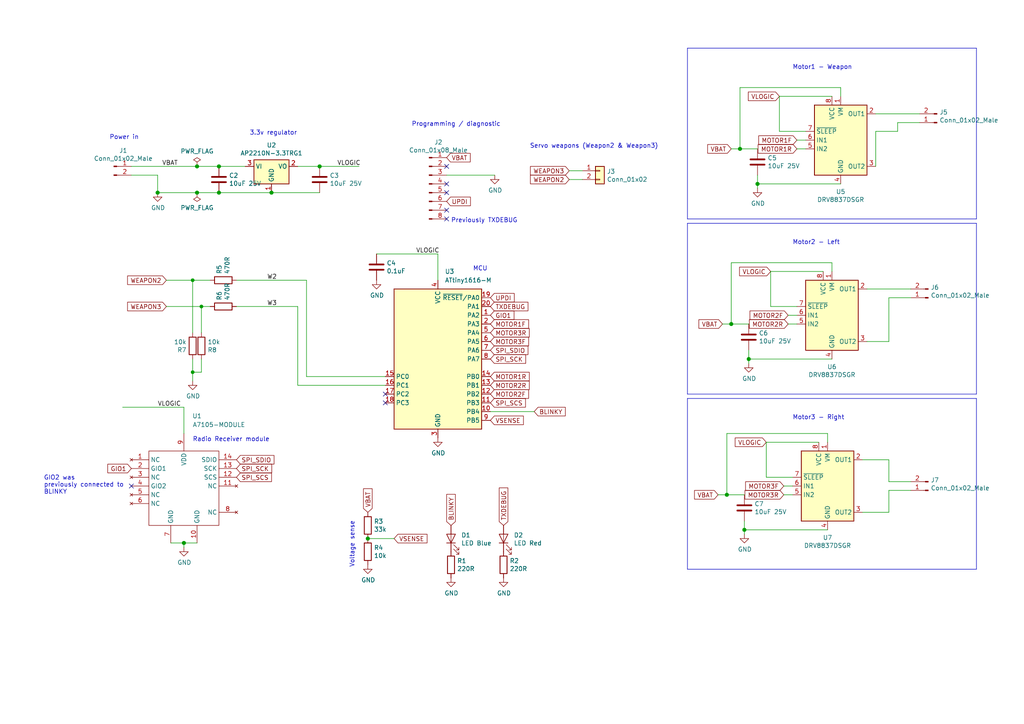
<source format=kicad_sch>
(kicad_sch (version 20211123) (generator eeschema)
  (paper "A4")
  (title_block (title "Malenki-Nano2") (date "2019-11-07") (company "Mark Robson"))
  (lib_symbols
    (symbol "Connector:Conn_01x08_Male" (pin_names hide)
      (property "Reference" "J" (at 0 10.16 0))
      (property "Value" "Conn_01x08_Male" (at 0 -12.7 0))
      (symbol "Conn_01x08_Male_1_1"
        (polyline (pts (xy 1.27 -10.16) (xy 0.8636 -10.16)))
        (polyline (pts (xy 1.27 -7.62) (xy 0.8636 -7.62)))
        (polyline (pts (xy 1.27 -5.08) (xy 0.8636 -5.08)))
        (polyline (pts (xy 1.27 -2.54) (xy 0.8636 -2.54)))
        (polyline (pts (xy 1.27 0) (xy 0.8636 0)))
        (polyline (pts (xy 1.27 2.54) (xy 0.8636 2.54)))
        (polyline (pts (xy 1.27 5.08) (xy 0.8636 5.08)))
        (polyline (pts (xy 1.27 7.62) (xy 0.8636 7.62)))
        (rectangle (start 0.8636 -10.033) (end 0 -10.287) (fill (type outline)))
        (rectangle (start 0.8636 -7.493) (end 0 -7.747) (fill (type outline)))
        (rectangle (start 0.8636 -4.953) (end 0 -5.207) (fill (type outline)))
        (rectangle (start 0.8636 -2.413) (end 0 -2.667) (fill (type outline)))
        (rectangle (start 0.8636 0.127) (end 0 -0.127) (fill (type outline)))
        (rectangle (start 0.8636 2.667) (end 0 2.413) (fill (type outline)))
        (rectangle (start 0.8636 5.207) (end 0 4.953) (fill (type outline)))
        (rectangle (start 0.8636 7.747) (end 0 7.493) (fill (type outline)))
        (pin passive line (at 5.08 7.62 180) (length 3.81) (name "Pin_1") (number "1"))
        (pin passive line (at 5.08 5.08 180) (length 3.81) (name "Pin_2") (number "2"))
        (pin passive line (at 5.08 2.54 180) (length 3.81) (name "Pin_3") (number "3"))
        (pin passive line (at 5.08 0 180) (length 3.81) (name "Pin_4") (number "4"))
        (pin passive line (at 5.08 -2.54 180) (length 3.81) (name "Pin_5") (number "5"))
        (pin passive line (at 5.08 -5.08 180) (length 3.81) (name "Pin_6") (number "6"))
        (pin passive line (at 5.08 -7.62 180) (length 3.81) (name "Pin_7") (number "7"))
        (pin passive line (at 5.08 -10.16 180) (length 3.81) (name "Pin_8") (number "8"))
      )
    )
    (symbol "Connector_Generic:Conn_01x02" (pin_names hide)
      (property "Reference" "J" (at 0 2.54 0))
      (property "Value" "Conn_01x02" (at 0 -5.08 0))
      (symbol "Conn_01x02_1_1"
        (rectangle (start -1.27 -2.413) (end 0 -2.667))
        (rectangle (start -1.27 0.127) (end 0 -0.127))
        (rectangle (start -1.27 1.27) (end 1.27 -3.81) (stroke (width 0.254)) (fill (type background)))
        (pin passive line (at -5.08 0 0) (length 3.81) (name "Pin_1") (number "1"))
        (pin passive line (at -5.08 -2.54 0) (length 3.81) (name "Pin_2") (number "2"))
      )
    )
    (symbol "Driver_Motor:DRV8837C"
      (property "Reference" "U" (at 6.35 11.43 0))
      (property "Value" "DRV8837C" (at -10.16 11.43 0))
      (symbol "DRV8837C_0_1"
        (rectangle (start -7.62 10.16) (end 7.62 -10.16) (stroke (width 0.254)) (fill (type background)))
      )
      (symbol "DRV8837C_1_1"
        (pin power_in line (at 0 12.7 270) (length 2.54) (name "VM") (number "1"))
        (pin output line (at 10.16 7.62 180) (length 2.54) (name "OUT1") (number "2"))
        (pin output line (at 10.16 -7.62 180) (length 2.54) (name "OUT2") (number "3"))
        (pin power_in line (at 0 -12.7 90) (length 2.54) (name "GND") (number "4"))
        (pin input line (at -10.16 -2.54 0) (length 2.54) (name "IN2") (number "5"))
        (pin input line (at -10.16 0 0) (length 2.54) (name "IN1") (number "6"))
        (pin input line (at -10.16 2.54 0) (length 2.54) (name "~{SLEEP}") (number "7"))
        (pin power_in line (at -2.54 12.7 270) (length 2.54) (name "VCC") (number "8"))
        (pin passive line (at 0 -12.7 90) (length 2.54) hide (name "GND") (number "9"))
      )
    )
    (symbol "MCU_Microchip_ATtiny:ATtiny1616-M"
      (property "Reference" "U" (at -12.7 21.59 0))
      (property "Value" "ATtiny1616-M" (at 2.54 -21.59 0))
      (symbol "ATtiny1616-M_0_1"
        (rectangle (start -12.7 -20.32) (end 12.7 20.32) (stroke (width 0.254)) (fill (type background)))
      )
      (symbol "ATtiny1616-M_1_1"
        (pin bidirectional line (at 15.24 12.7 180) (length 2.54) (name "PA2") (number "1"))
        (pin bidirectional line (at 15.24 -15.24 180) (length 2.54) (name "PB4") (number "10"))
        (pin bidirectional line (at 15.24 -12.7 180) (length 2.54) (name "PB3") (number "11"))
        (pin bidirectional line (at 15.24 -10.16 180) (length 2.54) (name "PB2") (number "12"))
        (pin bidirectional line (at 15.24 -7.62 180) (length 2.54) (name "PB1") (number "13"))
        (pin bidirectional line (at 15.24 -5.08 180) (length 2.54) (name "PB0") (number "14"))
        (pin bidirectional line (at -15.24 -5.08 0) (length 2.54) (name "PC0") (number "15"))
        (pin bidirectional line (at -15.24 -7.62 0) (length 2.54) (name "PC1") (number "16"))
        (pin bidirectional line (at -15.24 -10.16 0) (length 2.54) (name "PC2") (number "17"))
        (pin bidirectional line (at -15.24 -12.7 0) (length 2.54) (name "PC3") (number "18"))
        (pin bidirectional line (at 15.24 17.78 180) (length 2.54) (name "~{RESET}/PA0") (number "19"))
        (pin bidirectional line (at 15.24 10.16 180) (length 2.54) (name "PA3") (number "2"))
        (pin bidirectional line (at 15.24 15.24 180) (length 2.54) (name "PA1") (number "20"))
        (pin passive line (at 0 -22.86 90) (length 2.54) hide (name "GND") (number "21"))
        (pin power_in line (at 0 -22.86 90) (length 2.54) (name "GND") (number "3"))
        (pin power_in line (at 0 22.86 270) (length 2.54) (name "VCC") (number "4"))
        (pin bidirectional line (at 15.24 7.62 180) (length 2.54) (name "PA4") (number "5"))
        (pin bidirectional line (at 15.24 5.08 180) (length 2.54) (name "PA5") (number "6"))
        (pin bidirectional line (at 15.24 2.54 180) (length 2.54) (name "PA6") (number "7"))
        (pin bidirectional line (at 15.24 0 180) (length 2.54) (name "PA7") (number "8"))
        (pin bidirectional line (at 15.24 -17.78 180) (length 2.54) (name "PB5") (number "9"))
      )
    )
    (symbol "mal_nano:A7105-MODULE"
      (property "Reference" "U" (at 0 0 0))
      (property "Value" "A7105-MODULE" (at 2.54 -3.81 0))
      (symbol "A7105-MODULE_0_1"
        (rectangle (start -10.16 10.16) (end 10.16 -11.43))
      )
      (symbol "A7105-MODULE_1_1"
        (pin no_connect line (at -15.24 7.62 0) (length 5.08) (name "NC") (number "1"))
        (pin power_in line (at 3.81 -16.51 90) (length 5.08) (name "GND") (number "10"))
        (pin no_connect line (at 15.24 0 180) (length 5.08) (name "NC") (number "11"))
        (pin input line (at 15.24 2.54 180) (length 5.08) (name "SCS") (number "12"))
        (pin input line (at 15.24 5.08 180) (length 5.08) (name "SCK") (number "13"))
        (pin bidirectional line (at 15.24 7.62 180) (length 5.08) (name "SDIO") (number "14"))
        (pin bidirectional line (at -15.24 5.08 0) (length 5.08) (name "GIO1") (number "2"))
        (pin no_connect line (at -15.24 2.54 0) (length 5.08) (name "NC") (number "3"))
        (pin bidirectional line (at -15.24 0 0) (length 5.08) (name "GIO2") (number "4"))
        (pin no_connect line (at -15.24 -2.54 0) (length 5.08) (name "NC") (number "5"))
        (pin no_connect line (at -15.24 -5.08 0) (length 5.08) (name "NC") (number "6"))
        (pin power_in line (at -3.81 -16.51 90) (length 5.08) (name "GND") (number "7"))
        (pin no_connect line (at 15.24 -7.62 180) (length 5.08) (name "NC") (number "8"))
        (pin power_in line (at 0 15.24 270) (length 5.08) (name "VDD") (number "9"))
      )
    )
    (symbol "mal_nano:HT7233"
      (property "Reference" "U" (at 0 1.27 0))
      (property "Value" "HT7233" (at 1.27 0 0))
      (symbol "HT7233_1_1"
        (rectangle (start -5.08 -8.89) (end 5.08 -1.905) (stroke (width 0.254)) (fill (type background)))
        (pin power_in line (at 0 -11.43 90) (length 2.54) (name "GND") (number "1"))
        (pin power_out line (at 7.62 -3.81 180) (length 2.54) (name "VO") (number "2"))
        (pin power_in line (at -7.62 -3.81 0) (length 2.54) (name "VI") (number "3"))
      )
    )
    (symbol "malenki-nano-rescue:C-Device" (pin_numbers hide) (pin_names (offset 0.254))
      (property "Reference" "C" (at 0.635 2.54 0))
      (property "Value" "C-Device" (at 0.635 -2.54 0))
      (symbol "C-Device_0_1"
        (polyline (pts (xy -2.032 -0.762) (xy 2.032 -0.762)) (stroke (width 0.508)))
        (polyline (pts (xy -2.032 0.762) (xy 2.032 0.762)) (stroke (width 0.508)))
      )
      (symbol "C-Device_1_1"
        (pin passive line (at 0 3.81 270) (length 2.794) (name "~") (number "1"))
        (pin passive line (at 0 -3.81 90) (length 2.794) (name "~") (number "2"))
      )
    )
    (symbol "malenki-nano-rescue:Conn_01x02_Male-Connector" (pin_names hide)
      (property "Reference" "J" (at 0 2.54 0))
      (property "Value" "Conn_01x02_Male-Connector" (at 0 -5.08 0))
      (symbol "Conn_01x02_Male-Connector_1_1"
        (polyline (pts (xy 1.27 -2.54) (xy 0.8636 -2.54)))
        (polyline (pts (xy 1.27 0) (xy 0.8636 0)))
        (rectangle (start 0.8636 -2.413) (end 0 -2.667) (fill (type outline)))
        (rectangle (start 0.8636 0.127) (end 0 -0.127) (fill (type outline)))
        (pin passive line (at 5.08 0 180) (length 3.81) (name "Pin_1") (number "1"))
        (pin passive line (at 5.08 -2.54 180) (length 3.81) (name "Pin_2") (number "2"))
      )
    )
    (symbol "malenki-nano-rescue:GND-power" (power) (pin_names (offset 0))
      (property "Value" "GND-power" (at 0 -3.81 0))
      (symbol "GND-power_0_1"
        (polyline (pts (xy 0 0) (xy 0 -1.27) (xy 1.27 -1.27) (xy 0 -2.54) (xy -1.27 -1.27) (xy 0 -1.27)))
      )
      (symbol "GND-power_1_1"
        (pin power_in line (at 0 0 270) (length 0) hide (name "GND") (number "1"))
      )
    )
    (symbol "malenki-nano-rescue:LED-Device" (pin_numbers hide) (pin_names hide)
      (property "Reference" "D" (at 0 2.54 0))
      (property "Value" "LED-Device" (at 0 -2.54 0))
      (symbol "LED-Device_0_1"
        (polyline (pts (xy -1.27 -1.27) (xy -1.27 1.27)) (stroke (width 0.2032)))
        (polyline (pts (xy -1.27 0) (xy 1.27 0)))
        (polyline (pts (xy 1.27 -1.27) (xy 1.27 1.27) (xy -1.27 0) (xy 1.27 -1.27)) (stroke (width 0.2032)))
        (polyline (pts (xy -3.048 -0.762) (xy -4.572 -2.286) (xy -3.81 -2.286) (xy -4.572 -2.286) (xy -4.572 -1.524)))
        (polyline (pts (xy -1.778 -0.762) (xy -3.302 -2.286) (xy -2.54 -2.286) (xy -3.302 -2.286) (xy -3.302 -1.524)))
      )
      (symbol "LED-Device_1_1"
        (pin passive line (at -3.81 0 0) (length 2.54) (name "K") (number "1"))
        (pin passive line (at 3.81 0 180) (length 2.54) (name "A") (number "2"))
      )
    )
    (symbol "malenki-nano-rescue:PWR_FLAG-power" (power) (pin_numbers hide) (pin_names (offset 0) hide)
      (property "Value" "PWR_FLAG-power" (at 0 3.81 0))
      (symbol "PWR_FLAG-power_0_0"
        (pin power_out line (at 0 0 90) (length 0) (name "pwr") (number "1"))
      )
      (symbol "PWR_FLAG-power_0_1"
        (polyline (pts (xy 0 0) (xy 0 1.27) (xy -1.016 1.905) (xy 0 2.54) (xy 1.016 1.905) (xy 0 1.27)))
      )
    )
    (symbol "malenki-nano-rescue:R-Device" (pin_numbers hide) (pin_names (offset 0))
      (property "Reference" "R" (at 2.032 0 90))
      (property "Value" "R-Device" (at 0 0 90))
      (symbol "R-Device_0_1"
        (rectangle (start -1.016 -2.54) (end 1.016 2.54) (stroke (width 0.254)))
      )
      (symbol "R-Device_1_1"
        (pin passive line (at 0 3.81 270) (length 1.27) (name "~") (number "1"))
        (pin passive line (at 0 -3.81 90) (length 1.27) (name "~") (number "2"))
      )
    )
  )
  (junction (at 217.17 104.14) (diameter 1.016))
  (junction (at 55.88 81.28))
  (junction (at 58.42 88.9))
  (junction (at 63.5 48.26) (diameter 1.016))
  (junction (at 78.74 55.88) (diameter 1.016))
  (junction (at 55.88 107.95))
  (junction (at 57.15 48.26) (diameter 1.016))
  (junction (at 57.15 55.88) (diameter 1.016))
  (junction (at 53.34 157.48) (diameter 1.016))
  (junction (at 212.09 93.98) (diameter 1.016))
  (junction (at 92.71 48.26) (diameter 1.016))
  (junction (at 214.63 43.18) (diameter 1.016))
  (junction (at 106.68 156.21) (diameter 1.016))
  (junction (at 45.72 55.88) (diameter 1.016))
  (junction (at 210.82 143.51) (diameter 1.016))
  (junction (at 215.9 153.67) (diameter 1.016))
  (junction (at 219.71 53.34) (diameter 1.016))
  (junction (at 63.5 55.88) (diameter 1.016))
  (no_connect (at 38.1 140.97))
  (no_connect (at 111.76 114.3))
  (no_connect (at 111.76 116.84))
  (no_connect (at 129.54 55.88))
  (no_connect (at 129.54 63.5))
  (no_connect (at 129.54 60.96))
  (no_connect (at 129.54 53.34))
  (no_connect (at 129.54 48.26))
  (wire (pts (xy 86.36 88.9) (xy 68.58 88.9)))
  (wire (pts (xy 214.63 43.18) (xy 212.09 43.18)))
  (wire (pts (xy 57.15 55.88) (xy 63.5 55.88)))
  (wire (pts (xy 58.42 88.9) (xy 60.96 88.9)))
  (wire (pts (xy 257.81 99.06) (xy 251.46 99.06)))
  (wire (pts (xy 165.1 49.53) (xy 168.91 49.53)))
  (wire (pts (xy 48.26 88.9) (xy 58.42 88.9)))
  (wire (pts (xy 48.26 81.28) (xy 55.88 81.28)))
  (wire (pts (xy 53.34 118.11) (xy 53.34 125.73)))
  (wire (pts (xy 229.87 143.51) (xy 227.33 143.51)))
  (wire (pts (xy 229.87 140.97) (xy 227.33 140.97)))
  (wire (pts (xy 212.09 76.2) (xy 212.09 93.98)))
  (polyline (pts (xy 199.39 13.97) (xy 283.21 13.97)) (stroke (width 0) (type solid)))
  (wire (pts (xy 45.72 50.8) (xy 45.72 55.88)))
  (wire (pts (xy 35.56 118.11) (xy 53.34 118.11)))
  (wire (pts (xy 92.71 48.26) (xy 86.36 48.26)))
  (wire (pts (xy 254 48.26) (xy 254 38.1)))
  (wire (pts (xy 257.81 86.36) (xy 257.81 99.06)))
  (wire (pts (xy 240.03 128.27) (xy 240.03 125.73)))
  (polyline (pts (xy 199.39 114.3) (xy 199.39 64.77)) (stroke (width 0) (type solid)))
  (wire (pts (xy 210.82 125.73) (xy 210.82 143.51)))
  (wire (pts (xy 217.17 104.14) (xy 241.3 104.14)))
  (wire (pts (xy 226.06 38.1) (xy 233.68 38.1)))
  (wire (pts (xy 264.16 86.36) (xy 257.81 86.36)))
  (wire (pts (xy 237.49 128.27) (xy 222.25 128.27)))
  (wire (pts (xy 215.9 143.51) (xy 210.82 143.51)))
  (wire (pts (xy 86.36 111.76) (xy 86.36 88.9)))
  (wire (pts (xy 243.84 25.4) (xy 214.63 25.4)))
  (polyline (pts (xy 283.21 165.1) (xy 199.39 165.1)) (stroke (width 0) (type solid)))
  (wire (pts (xy 257.81 133.35) (xy 257.81 139.7)))
  (polyline (pts (xy 283.21 64.77) (xy 283.21 114.3)) (stroke (width 0) (type solid)))
  (wire (pts (xy 231.14 93.98) (xy 228.6 93.98)))
  (wire (pts (xy 251.46 83.82) (xy 264.16 83.82)))
  (wire (pts (xy 165.1 52.07) (xy 168.91 52.07)))
  (wire (pts (xy 226.06 27.94) (xy 226.06 38.1)))
  (polyline (pts (xy 283.21 13.97) (xy 283.21 63.5)) (stroke (width 0) (type solid)))
  (wire (pts (xy 55.88 104.14) (xy 55.88 107.95)))
  (polyline (pts (xy 199.39 115.57) (xy 283.21 115.57)) (stroke (width 0) (type solid)))
  (wire (pts (xy 58.42 107.95) (xy 55.88 107.95)))
  (wire (pts (xy 215.9 153.67) (xy 215.9 154.94)))
  (wire (pts (xy 129.54 50.8) (xy 143.51 50.8)))
  (wire (pts (xy 78.74 55.88) (xy 92.71 55.88)))
  (wire (pts (xy 219.71 53.34) (xy 243.84 53.34)))
  (wire (pts (xy 38.1 48.26) (xy 57.15 48.26)))
  (wire (pts (xy 219.71 50.8) (xy 219.71 53.34)))
  (wire (pts (xy 49.53 157.48) (xy 53.34 157.48)))
  (wire (pts (xy 233.68 43.18) (xy 231.14 43.18)))
  (wire (pts (xy 127 73.66) (xy 109.22 73.66)))
  (wire (pts (xy 241.3 76.2) (xy 212.09 76.2)))
  (wire (pts (xy 222.25 128.27) (xy 222.25 138.43)))
  (wire (pts (xy 111.76 111.76) (xy 86.36 111.76)))
  (wire (pts (xy 215.9 151.13) (xy 215.9 153.67)))
  (wire (pts (xy 260.35 38.1) (xy 260.35 35.56)))
  (wire (pts (xy 142.24 119.38) (xy 154.94 119.38)))
  (polyline (pts (xy 199.39 63.5) (xy 199.39 13.97)) (stroke (width 0) (type solid)))
  (wire (pts (xy 57.15 48.26) (xy 63.5 48.26)))
  (wire (pts (xy 114.3 156.21) (xy 106.68 156.21)))
  (wire (pts (xy 219.71 53.34) (xy 219.71 54.61)))
  (polyline (pts (xy 199.39 165.1) (xy 199.39 115.57)) (stroke (width 0) (type solid)))
  (wire (pts (xy 58.42 88.9) (xy 58.42 96.52)))
  (wire (pts (xy 217.17 101.6) (xy 217.17 104.14)))
  (wire (pts (xy 212.09 93.98) (xy 209.55 93.98)))
  (wire (pts (xy 231.14 91.44) (xy 228.6 91.44)))
  (polyline (pts (xy 283.21 114.3) (xy 199.39 114.3)) (stroke (width 0) (type solid)))
  (wire (pts (xy 243.84 27.94) (xy 243.84 25.4)))
  (wire (pts (xy 58.42 104.14) (xy 58.42 107.95)))
  (wire (pts (xy 241.3 78.74) (xy 241.3 76.2)))
  (wire (pts (xy 217.17 93.98) (xy 212.09 93.98)))
  (wire (pts (xy 68.58 81.28) (xy 88.9 81.28)))
  (wire (pts (xy 210.82 143.51) (xy 208.28 143.51)))
  (wire (pts (xy 238.76 78.74) (xy 223.52 78.74)))
  (wire (pts (xy 233.68 40.64) (xy 231.14 40.64)))
  (wire (pts (xy 250.19 148.59) (xy 257.81 148.59)))
  (wire (pts (xy 55.88 107.95) (xy 55.88 110.49)))
  (wire (pts (xy 223.52 78.74) (xy 223.52 88.9)))
  (wire (pts (xy 55.88 81.28) (xy 55.88 96.52)))
  (wire (pts (xy 264.16 142.24) (xy 257.81 142.24)))
  (wire (pts (xy 45.72 55.88) (xy 57.15 55.88)))
  (wire (pts (xy 254 38.1) (xy 260.35 38.1)))
  (wire (pts (xy 63.5 55.88) (xy 78.74 55.88)))
  (wire (pts (xy 104.14 48.26) (xy 92.71 48.26)))
  (wire (pts (xy 217.17 104.14) (xy 217.17 105.41)))
  (wire (pts (xy 223.52 88.9) (xy 231.14 88.9)))
  (wire (pts (xy 240.03 125.73) (xy 210.82 125.73)))
  (wire (pts (xy 88.9 109.22) (xy 111.76 109.22)))
  (wire (pts (xy 53.34 158.75) (xy 53.34 157.48)))
  (wire (pts (xy 254 33.02) (xy 266.7 33.02)))
  (wire (pts (xy 257.81 142.24) (xy 257.81 148.59)))
  (wire (pts (xy 53.34 157.48) (xy 57.15 157.48)))
  (wire (pts (xy 257.81 139.7) (xy 264.16 139.7)))
  (wire (pts (xy 250.19 133.35) (xy 257.81 133.35)))
  (wire (pts (xy 222.25 138.43) (xy 229.87 138.43)))
  (wire (pts (xy 215.9 153.67) (xy 240.03 153.67)))
  (wire (pts (xy 241.3 27.94) (xy 226.06 27.94)))
  (polyline (pts (xy 283.21 115.57) (xy 283.21 165.1)) (stroke (width 0) (type solid)))
  (wire (pts (xy 63.5 48.26) (xy 71.12 48.26)))
  (wire (pts (xy 266.7 35.56) (xy 260.35 35.56)))
  (wire (pts (xy 55.88 81.28) (xy 60.96 81.28)))
  (wire (pts (xy 214.63 25.4) (xy 214.63 43.18)))
  (polyline (pts (xy 283.21 63.5) (xy 199.39 63.5)) (stroke (width 0) (type solid)))
  (wire (pts (xy 38.1 50.8) (xy 45.72 50.8)))
  (wire (pts (xy 219.71 43.18) (xy 214.63 43.18)))
  (wire (pts (xy 88.9 81.28) (xy 88.9 109.22)))
  (polyline (pts (xy 199.39 64.77) (xy 283.21 64.77)) (stroke (width 0) (type solid)))
  (wire (pts (xy 127 73.66) (xy 127 81.28)))
  (text "Voltage sense" (at 102.87 151.13 270) (effects (font (size 1.27 1.27)) (justify right bottom)))
  (text "MCU\n" (at 137.16 78.74 0) (effects (font (size 1.27 1.27)) (justify left bottom)))
  (text "GIO2 was\npreviously connected to\nBLINKY" (at 12.7 143.51 0) (effects (font (size 1.27 1.27)) (justify left bottom)))
  (text "3.3v regulator" (at 72.39 39.37 0) (effects (font (size 1.27 1.27)) (justify left bottom)))
  (text "Programming / diagnostic" (at 119.38 36.83 0) (effects (font (size 1.27 1.27)) (justify left bottom)))
  (text "Motor3 - Right" (at 229.87 121.92 0) (effects (font (size 1.27 1.27)) (justify left bottom)))
  (text "Servo weapons (Weapon2 & Weapon3)" (at 153.67 43.18 0) (effects (font (size 1.27 1.27)) (justify left bottom)))
  (text "Motor1 - Weapon" (at 229.87 20.32 0) (effects (font (size 1.27 1.27)) (justify left bottom)))
  (text "Motor2 - Left" (at 229.87 71.12 0) (effects (font (size 1.27 1.27)) (justify left bottom)))
  (text "Power in" (at 31.75 40.64 0) (effects (font (size 1.27 1.27)) (justify left bottom)))
  (text "Radio Receiver module" (at 55.88 128.27 0) (effects (font (size 1.27 1.27)) (justify left bottom)))
  (text "Previously TXDEBUG" (at 130.81 64.77 0) (effects (font (size 1.27 1.27)) (justify left bottom)))
  (label "W2" (at 77.47 81.28 0))
  (label "VLOGIC" (at 45.72 118.11 0))
  (label "VLOGIC" (at 120.65 73.66 0))
  (label "VBAT" (at 46.99 48.26 0))
  (label "W3" (at 77.47 88.9 0))
  (label "VLOGIC" (at 97.79 48.26 0))
  (global_label "SPI_SDIO" (shape input) (at 68.58 133.35 0) (property "Intersheet References" "${INTERSHEET_REFS}" (effects hide)))
  (global_label "VBAT" (shape input) (at 106.68 148.59 90) (property "Intersheet References" "${INTERSHEET_REFS}" (effects hide)))
  (global_label "MOTOR1R" (shape input) (at 231.14 43.18 180) (property "Intersheet References" "${INTERSHEET_REFS}" (effects hide)))
  (global_label "VLOGIC" (shape input) (at 223.52 78.74 180) (property "Intersheet References" "${INTERSHEET_REFS}" (effects hide)))
  (global_label "SPI_SDIO" (shape input) (at 142.24 101.6 0) (property "Intersheet References" "${INTERSHEET_REFS}" (effects hide)))
  (global_label "MOTOR2R" (shape input) (at 228.6 93.98 180) (property "Intersheet References" "${INTERSHEET_REFS}" (effects hide)))
  (global_label "MOTOR1F" (shape input) (at 231.14 40.64 180) (property "Intersheet References" "${INTERSHEET_REFS}" (effects hide)))
  (global_label "WEAPON2" (shape input) (at 165.1 52.07 180) (property "Intersheet References" "${INTERSHEET_REFS}" (effects hide)))
  (global_label "MOTOR2R" (shape input) (at 142.24 111.76 0) (property "Intersheet References" "${INTERSHEET_REFS}" (effects hide)))
  (global_label "MOTOR2F" (shape input) (at 142.24 114.3 0) (property "Intersheet References" "${INTERSHEET_REFS}" (effects hide)))
  (global_label "SPI_SCS" (shape input) (at 142.24 116.84 0) (property "Intersheet References" "${INTERSHEET_REFS}" (effects hide)))
  (global_label "MOTOR3F" (shape input) (at 142.24 99.06 0) (property "Intersheet References" "${INTERSHEET_REFS}" (effects hide)))
  (global_label "MOTOR3R" (shape input) (at 227.33 143.51 180) (property "Intersheet References" "${INTERSHEET_REFS}" (effects hide)))
  (global_label "UPDI" (shape input) (at 129.54 58.42 0) (property "Intersheet References" "${INTERSHEET_REFS}" (effects hide)))
  (global_label "UPDI" (shape input) (at 142.24 86.36 0) (property "Intersheet References" "${INTERSHEET_REFS}" (effects hide)))
  (global_label "BLINKY" (shape input) (at 130.81 152.4 90) (property "Intersheet References" "${INTERSHEET_REFS}" (effects hide)))
  (global_label "VBAT" (shape input) (at 208.28 143.51 180) (property "Intersheet References" "${INTERSHEET_REFS}" (effects hide)))
  (global_label "VSENSE" (shape input) (at 114.3 156.21 0) (property "Intersheet References" "${INTERSHEET_REFS}" (effects hide)))
  (global_label "SPI_SCK" (shape input) (at 68.58 135.89 0) (property "Intersheet References" "${INTERSHEET_REFS}" (effects hide)))
  (global_label "WEAPON3" (shape input) (at 48.26 88.9 180) (property "Intersheet References" "${INTERSHEET_REFS}" (effects hide)))
  (global_label "WEAPON2" (shape input) (at 48.26 81.28 180) (property "Intersheet References" "${INTERSHEET_REFS}" (effects hide)))
  (global_label "MOTOR2F" (shape input) (at 228.6 91.44 180) (property "Intersheet References" "${INTERSHEET_REFS}" (effects hide)))
  (global_label "MOTOR1R" (shape input) (at 142.24 109.22 0) (property "Intersheet References" "${INTERSHEET_REFS}" (effects hide)))
  (global_label "GIO1" (shape input) (at 142.24 91.44 0) (property "Intersheet References" "${INTERSHEET_REFS}" (effects hide)))
  (global_label "VSENSE" (shape input) (at 142.24 121.92 0) (property "Intersheet References" "${INTERSHEET_REFS}" (effects hide)))
  (global_label "VLOGIC" (shape input) (at 222.25 128.27 180) (property "Intersheet References" "${INTERSHEET_REFS}" (effects hide)))
  (global_label "WEAPON3" (shape input) (at 165.1 49.53 180) (property "Intersheet References" "${INTERSHEET_REFS}" (effects hide)))
  (global_label "BLINKY" (shape input) (at 154.94 119.38 0) (property "Intersheet References" "${INTERSHEET_REFS}" (effects hide)))
  (global_label "TXDEBUG" (shape input) (at 146.05 152.4 90) (property "Intersheet References" "${INTERSHEET_REFS}" (effects hide)))
  (global_label "TXDEBUG" (shape input) (at 142.24 88.9 0) (property "Intersheet References" "${INTERSHEET_REFS}" (effects hide)))
  (global_label "VLOGIC" (shape input) (at 226.06 27.94 180) (property "Intersheet References" "${INTERSHEET_REFS}" (effects hide)))
  (global_label "SPI_SCS" (shape input) (at 68.58 138.43 0) (property "Intersheet References" "${INTERSHEET_REFS}" (effects hide)))
  (global_label "VBAT" (shape input) (at 209.55 93.98 180) (property "Intersheet References" "${INTERSHEET_REFS}" (effects hide)))
  (global_label "MOTOR3R" (shape input) (at 142.24 96.52 0) (property "Intersheet References" "${INTERSHEET_REFS}" (effects hide)))
  (global_label "MOTOR1F" (shape input) (at 142.24 93.98 0) (property "Intersheet References" "${INTERSHEET_REFS}" (effects hide)))
  (global_label "GIO1" (shape input) (at 38.1 135.89 180) (property "Intersheet References" "${INTERSHEET_REFS}" (effects hide)))
  (global_label "SPI_SCK" (shape input) (at 142.24 104.14 0) (property "Intersheet References" "${INTERSHEET_REFS}" (effects hide)))
  (global_label "MOTOR3F" (shape input) (at 227.33 140.97 180) (property "Intersheet References" "${INTERSHEET_REFS}" (effects hide)))
  (global_label "VBAT" (shape input) (at 129.54 45.72 0) (property "Intersheet References" "${INTERSHEET_REFS}" (effects hide)))
  (global_label "VBAT" (shape input) (at 212.09 43.18 180) (property "Intersheet References" "${INTERSHEET_REFS}" (effects hide)))
  (symbol (lib_id "malenki-nano-rescue:C-Device") (at 63.5 52.07 0) (unit 1)
    (property "Reference" "C2" (at 66.421 50.9016 0) (effects (justify left)))
    (property "Value" "10uF 25V" (at 66.421 53.213 0) (effects (justify left)))
    (property "Footprint" "Capacitor_SMD:C_0603_1608Metric" (effects hide))
    (property "LCSC" "C96446" (effects hide))
  )
  (symbol (lib_id "malenki-nano-rescue:C-Device") (at 92.71 52.07 0) (unit 1)
    (property "Reference" "C3" (at 95.631 50.9016 0) (effects (justify left)))
    (property "Value" "10uF 25V" (at 95.631 53.213 0) (effects (justify left)))
    (property "Footprint" "Capacitor_SMD:C_0603_1608Metric" (effects hide))
    (property "LCSC" "C96446" (effects hide))
  )
  (symbol (lib_id "malenki-nano-rescue:Conn_01x02_Male-Connector") (at 33.02 48.26 0) (unit 1)
    (property "Reference" "J1" (at 35.7632 43.6626 0))
    (property "Value" "Conn_01x02_Male" (at 35.7632 45.974 0))
    (property "Footprint" "malenki-nano:PinHeader_1x02_P2.54mm_BIG1" (effects hide))
  )
  (symbol (lib_id "malenki-nano-rescue:GND-power") (at 45.72 55.88 0) (unit 1)
    (property "Reference" "#PWR02" (effects hide))
    (property "Value" "GND" (at 45.847 60.2742 0))
  )
  (symbol (lib_id "malenki-nano-rescue:C-Device") (at 109.22 77.47 0) (unit 1)
    (property "Reference" "C4" (at 112.141 76.3016 0) (effects (justify left)))
    (property "Value" "0.1uF" (at 112.141 78.613 0) (effects (justify left)))
    (property "Footprint" "Capacitor_SMD:C_0603_1608Metric" (effects hide))
    (property "Partnum" "C14663" (effects hide))
    (property "LCSC" "C14663" (effects hide))
  )
  (symbol (lib_id "malenki-nano-rescue:GND-power") (at 109.22 81.28 0) (unit 1)
    (property "Reference" "#PWR04" (effects hide))
    (property "Value" "GND" (at 109.347 85.6742 0))
  )
  (symbol (lib_id "malenki-nano-rescue:GND-power") (at 127 127 0) (unit 1)
    (property "Reference" "#PWR05" (effects hide))
    (property "Value" "GND" (at 127.127 131.3942 0))
  )
  (symbol (lib_id "mal_nano:A7105-MODULE") (at 53.34 140.97 0) (unit 1)
    (property "Reference" "U1" (at 57.15 120.65 0))
    (property "Value" "A7105-MODULE" (at 63.5 123.19 0))
    (property "Footprint" "malenki-nano:A7105-module" (effects hide))
  )
  (symbol (lib_id "malenki-nano-rescue:GND-power") (at 53.34 158.75 0) (unit 1)
    (property "Reference" "#PWR03" (effects hide))
    (property "Value" "GND" (at 53.467 163.1442 0))
  )
  (symbol (lib_id "malenki-nano-rescue:PWR_FLAG-power") (at 57.15 55.88 180) (unit 1)
    (property "Reference" "#FLG0102" (effects hide))
    (property "Value" "PWR_FLAG" (at 57.15 60.2742 0))
  )
  (symbol (lib_id "malenki-nano-rescue:R-Device") (at 130.81 163.83 0) (unit 1)
    (property "Reference" "R1" (at 132.588 162.6616 0) (effects (justify left)))
    (property "Value" "220R" (at 132.588 164.973 0) (effects (justify left)))
    (property "Footprint" "Resistor_SMD:R_0603_1608Metric" (effects hide))
    (property "Partnum" "C22962" (effects hide))
    (property "LCSC" "C22962" (effects hide))
  )
  (symbol (lib_id "malenki-nano-rescue:GND-power") (at 130.81 167.64 0) (unit 1)
    (property "Reference" "#PWR06" (effects hide))
    (property "Value" "GND" (at 130.937 172.0342 0))
  )
  (symbol (lib_id "malenki-nano-rescue:LED-Device") (at 130.81 156.21 90) (unit 1)
    (property "Reference" "D1" (at 133.7818 155.2194 90) (effects (justify right)))
    (property "Value" "LED Blue" (at 133.7818 157.5308 90) (effects (justify right)))
    (property "Footprint" "LED_SMD:LED_0805_2012Metric_Pad1.15x1.40mm_HandSolder" (effects hide))
    (property "LCSC" "C2293" (effects hide))
  )
  (symbol (lib_id "malenki-nano-rescue:C-Device") (at 219.71 46.99 0) (unit 1)
    (property "Reference" "C5" (at 222.631 45.8216 0) (effects (justify left)))
    (property "Value" "10uF 25V" (at 222.631 48.133 0) (effects (justify left)))
    (property "Footprint" "Capacitor_SMD:C_0603_1608Metric" (effects hide))
    (property "LCSC" "C96446" (effects hide))
  )
  (symbol (lib_id "malenki-nano-rescue:GND-power") (at 219.71 54.61 0) (unit 1)
    (property "Reference" "#PWR08" (effects hide))
    (property "Value" "GND" (at 219.837 59.0042 0))
  )
  (symbol (lib_id "malenki-nano-rescue:Conn_01x02_Male-Connector") (at 271.78 35.56 180) (unit 1)
    (property "Reference" "J5" (at 272.4912 32.5628 0) (effects (justify right)))
    (property "Value" "Conn_01x02_Male" (at 272.4912 34.8742 0) (effects (justify right)))
    (property "Footprint" "malenki-nano:PinHeader_1x02_P2.54mm_BIG1" (effects hide))
  )
  (symbol (lib_id "malenki-nano-rescue:Conn_01x02_Male-Connector") (at 269.24 86.36 180) (unit 1)
    (property "Reference" "J6" (at 269.9512 83.3628 0) (effects (justify right)))
    (property "Value" "Conn_01x02_Male" (at 269.9512 85.6742 0) (effects (justify right)))
    (property "Footprint" "malenki-nano:PinHeader_1x02_P2.54mm_BIG1" (effects hide))
  )
  (symbol (lib_id "malenki-nano-rescue:Conn_01x02_Male-Connector") (at 269.24 142.24 180) (unit 1)
    (property "Reference" "J7" (at 269.9512 139.2428 0) (effects (justify right)))
    (property "Value" "Conn_01x02_Male" (at 269.9512 141.5542 0) (effects (justify right)))
    (property "Footprint" "malenki-nano:PinHeader_1x02_P2.54mm_BIG1" (effects hide))
  )
  (symbol (lib_id "malenki-nano-rescue:PWR_FLAG-power") (at 57.15 48.26 0) (unit 1)
    (property "Reference" "#FLG0101" (effects hide))
    (property "Value" "PWR_FLAG" (at 57.15 43.8658 0))
  )
  (symbol (lib_id "malenki-nano-rescue:R-Device") (at 146.05 163.83 0) (unit 1)
    (property "Reference" "R2" (at 147.828 162.6616 0) (effects (justify left)))
    (property "Value" "220R" (at 147.828 164.973 0) (effects (justify left)))
    (property "Footprint" "Resistor_SMD:R_0603_1608Metric" (effects hide))
    (property "Partnum" "C22962" (effects hide))
    (property "LCSC" "C22962" (effects hide))
  )
  (symbol (lib_id "malenki-nano-rescue:GND-power") (at 146.05 167.64 0) (unit 1)
    (property "Reference" "#PWR011" (effects hide))
    (property "Value" "GND" (at 146.177 172.0342 0))
  )
  (symbol (lib_id "malenki-nano-rescue:LED-Device") (at 146.05 156.21 90) (unit 1)
    (property "Reference" "D2" (at 149.0218 155.2194 90) (effects (justify right)))
    (property "Value" "LED Red" (at 149.0218 157.5308 90) (effects (justify right)))
    (property "Footprint" "LED_SMD:LED_0805_2012Metric_Pad1.15x1.40mm_HandSolder" (effects hide))
    (property "LCSC" "C84256" (effects hide))
  )
  (symbol (lib_id "mal_nano:HT7233") (at 78.74 44.45 0) (unit 1)
    (property "Reference" "U2" (at 78.74 42.1132 0))
    (property "Value" "AP2210N-3.3TRG1" (at 78.74 44.4246 0))
    (property "Footprint" "Package_TO_SOT_SMD:SOT-23" (effects hide))
    (property "Partnum" "C155508" (effects hide))
    (property "LCSC" "C211659" (effects hide))
  )
  (symbol (lib_id "Connector_Generic:Conn_01x02") (at 173.99 49.53 0) (unit 1)
    (property "Reference" "J3" (at 176.022 49.7332 0) (effects (justify left)))
    (property "Value" "Conn_01x02" (at 176.022 52.0446 0) (effects (justify left)))
    (property "Footprint" "malenki-nano:wirepad_2" (effects hide))
  )
  (symbol (lib_id "malenki-nano-rescue:R-Device") (at 106.68 152.4 0) (unit 1)
    (property "Reference" "R3" (at 108.458 151.2316 0) (effects (justify left)))
    (property "Value" "33k" (at 108.458 153.543 0) (effects (justify left)))
    (property "Footprint" "Resistor_SMD:R_0603_1608Metric" (effects hide))
    (property "Partnum" "C4216" (effects hide))
    (property "LCSC" "C4216" (effects hide))
  )
  (symbol (lib_id "malenki-nano-rescue:R-Device") (at 106.68 160.02 0) (unit 1)
    (property "Reference" "R4" (at 108.458 158.8516 0) (effects (justify left)))
    (property "Value" "10k" (at 108.458 161.163 0) (effects (justify left)))
    (property "Footprint" "Resistor_SMD:R_0603_1608Metric" (effects hide))
    (property "Partnum" "C25804" (effects hide))
    (property "LCSC" "C25804" (effects hide))
  )
  (symbol (lib_id "malenki-nano-rescue:GND-power") (at 106.68 163.83 0) (unit 1)
    (property "Reference" "#PWR07" (effects hide))
    (property "Value" "GND" (at 106.807 168.2242 0))
  )
  (symbol (lib_id "Driver_Motor:DRV8837C") (at 243.84 40.64 0) (unit 1)
    (property "Reference" "U5" (at 243.84 55.6006 0))
    (property "Value" "DRV8837DSGR" (at 243.84 57.912 0))
    (property "Footprint" "malenki-nano:WSON-8-1EP_2x2mm_P0.5mm_HAND1" (effects hide))
    (property "Datasheet" "https://datasheet.lcsc.com/szlcsc/Texas-Instruments-TI-DRV8837DSGR_C39159.pdf" (effects hide))
    (property "LCSC" "C39159" (effects hide))
  )
  (symbol (lib_id "malenki-nano-rescue:GND-power") (at 217.17 105.41 0) (unit 1)
    (property "Reference" "#PWR0102" (effects hide))
    (property "Value" "GND" (at 217.297 109.8042 0))
  )
  (symbol (lib_id "malenki-nano-rescue:C-Device") (at 217.17 97.79 0) (unit 1)
    (property "Reference" "C6" (at 220.091 96.6216 0) (effects (justify left)))
    (property "Value" "10uF 25V" (at 220.091 98.933 0) (effects (justify left)))
    (property "Footprint" "Capacitor_SMD:C_0603_1608Metric" (effects hide))
    (property "LCSC" "C96446" (effects hide))
  )
  (symbol (lib_id "Driver_Motor:DRV8837C") (at 241.3 91.44 0) (unit 1)
    (property "Reference" "U6" (at 241.3 106.4006 0))
    (property "Value" "DRV8837DSGR" (at 241.3 108.712 0))
    (property "Footprint" "malenki-nano:WSON-8-1EP_2x2mm_P0.5mm_HAND1" (effects hide))
    (property "Datasheet" "https://datasheet.lcsc.com/szlcsc/Texas-Instruments-TI-DRV8837DSGR_C39159.pdf" (effects hide))
    (property "LCSC" "C39159" (effects hide))
  )
  (symbol (lib_id "malenki-nano-rescue:C-Device") (at 215.9 147.32 0) (unit 1)
    (property "Reference" "C7" (at 218.821 146.1516 0) (effects (justify left)))
    (property "Value" "10uF 25V" (at 218.821 148.463 0) (effects (justify left)))
    (property "Footprint" "Capacitor_SMD:C_0603_1608Metric" (effects hide))
    (property "LCSC" "C96446" (effects hide))
  )
  (symbol (lib_id "Driver_Motor:DRV8837C") (at 240.03 140.97 0) (unit 1)
    (property "Reference" "U7" (at 240.03 155.9306 0))
    (property "Value" "DRV8837DSGR" (at 240.03 158.242 0))
    (property "Footprint" "malenki-nano:WSON-8-1EP_2x2mm_P0.5mm_HAND1" (effects hide))
    (property "Datasheet" "https://datasheet.lcsc.com/szlcsc/Texas-Instruments-TI-DRV8837DSGR_C39159.pdf" (effects hide))
    (property "LCSC" "C39159" (effects hide))
  )
  (symbol (lib_id "malenki-nano-rescue:GND-power") (at 215.9 154.94 0) (unit 1)
    (property "Reference" "#PWR0103" (effects hide))
    (property "Value" "GND" (at 216.027 159.3342 0))
  )
  (symbol (lib_id "malenki-nano-rescue:GND-power") (at 143.51 50.8 0) (unit 1)
    (property "Reference" "#PWR0104" (effects hide))
    (property "Value" "GND" (at 143.637 55.1942 0))
  )
  (symbol (lib_id "malenki-nano-rescue:R-Device") (at 55.88 100.33 180) (unit 1)
    (property "Reference" "R7" (at 54.102 101.4984 0) (effects (justify left)))
    (property "Value" "10k" (at 54.102 99.187 0) (effects (justify left)))
    (property "Footprint" "Resistor_SMD:R_0402_1005Metric" (effects hide))
    (property "LCSC" "C25744" (effects hide))
  )
  (symbol (lib_id "MCU_Microchip_ATtiny:ATtiny1616-M") (at 127 104.14 0) (unit 1)
    (property "Reference" "U3" (at 129.0194 78.74 0) (effects (justify left)))
    (property "Value" "ATtiny1616-M" (at 129.0194 81.28 0) (effects (justify left)))
    (property "Footprint" "Package_DFN_QFN:VQFN-20-1EP_3x3mm_P0.4mm_EP1.7x1.7mm" (effects hide))
    (property "Datasheet" "http://ww1.microchip.com/downloads/en/DeviceDoc/ATtiny3216_ATtiny1616-data-sheet-40001997B.pdf" (effects hide))
    (property "LCSC" "C507118" (effects hide))
  )
  (symbol (lib_id "malenki-nano-rescue:GND-power") (at 55.88 110.49 0) (unit 1)
    (property "Reference" "#PWR09" (effects hide))
    (property "Value" "GND" (at 56.007 114.8842 0))
  )
  (symbol (lib_id "Connector:Conn_01x08_Male") (at 124.46 53.34 0) (unit 1)
    (property "Reference" "J2" (at 127.1524 41.2558 0))
    (property "Value" "Conn_01x08_Male" (at 127.1524 43.5545 0))
    (property "Footprint" "malenki-nano:SOIC_clipProgSmall" (effects hide))
  )
  (symbol (lib_id "malenki-nano-rescue:R-Device") (at 58.42 100.33 0) (mirror x) (unit 1)
    (property "Reference" "R8" (at 60.198 101.4984 0) (effects (justify left)))
    (property "Value" "10k" (at 60.198 99.187 0) (effects (justify left)))
    (property "Footprint" "Resistor_SMD:R_0402_1005Metric" (effects hide))
    (property "LCSC" "C25744" (effects hide))
  )
  (symbol (lib_id "malenki-nano-rescue:R-Device") (at 64.77 81.28 90) (unit 1)
    (property "Reference" "R5" (at 63.6016 79.502 0) (effects (justify left)))
    (property "Value" "470R" (at 65.913 79.502 0) (effects (justify left)))
    (property "Footprint" "Resistor_SMD:R_0402_1005Metric" (effects hide))
    (property "LCSC" "C25117" (effects hide))
  )
  (symbol (lib_id "malenki-nano-rescue:R-Device") (at 64.77 88.9 90) (unit 1)
    (property "Reference" "R6" (at 63.6016 87.122 0) (effects (justify left)))
    (property "Value" "470R" (at 65.913 87.122 0) (effects (justify left)))
    (property "Footprint" "Resistor_SMD:R_0402_1005Metric" (effects hide))
    (property "LCSC" "C25117" (effects hide))
  )
)
</source>
